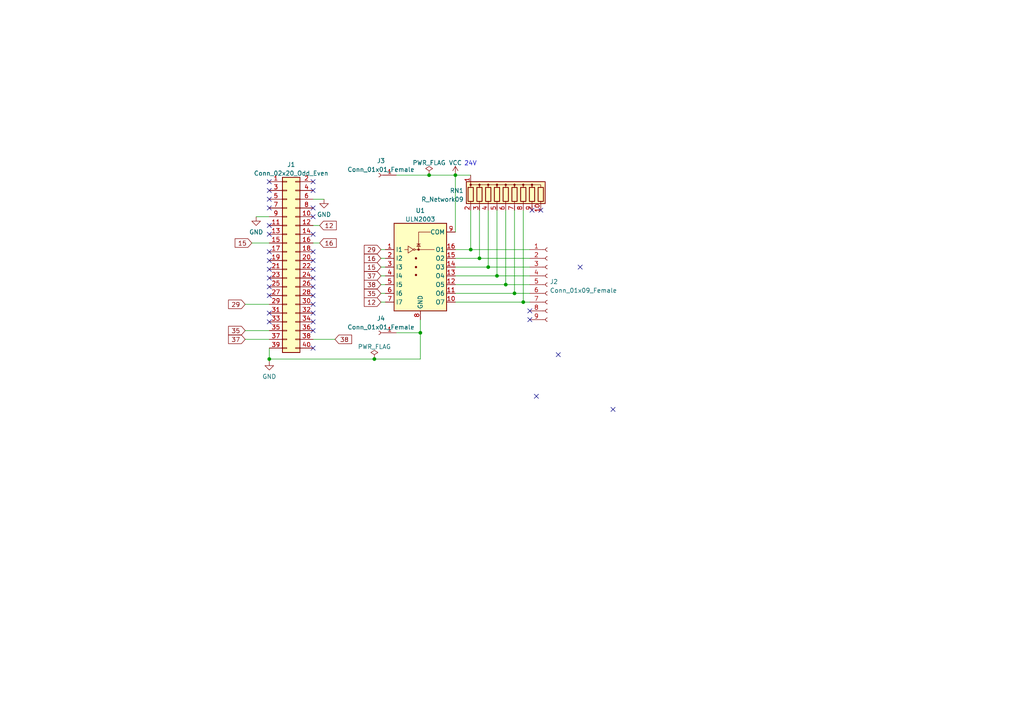
<source format=kicad_sch>
(kicad_sch (version 20211123) (generator eeschema)
  (paper "A4")
  (lib_symbols
    (symbol "Connector:Conn_01x01_Female" (pin_names (offset 1.016) hide)
      (property "Reference" "J" (at 0 2.54 0))
      (property "Value" "Conn_01x01_Female" (at 0 -2.54 0))
      (symbol "Conn_01x01_Female_1_1"
        (polyline (pts (xy -1.27 0) (xy -0.508 0)) (stroke (width 0.1524)))
        (arc (start 0 0.508) (mid -0.508 0) (end 0 -0.508) (stroke (width 0.1524)))
        (pin passive line (at -5.08 0 0) (length 3.81) (name "Pin_1") (number "1"))
      )
    )
    (symbol "Connector:Conn_01x09_Female" (pin_names (offset 1.016) hide)
      (property "Reference" "J" (at 0 12.7 0))
      (property "Value" "Conn_01x09_Female" (at 0 -12.7 0))
      (symbol "Conn_01x09_Female_1_1"
        (arc (start 0 -9.652) (mid -0.508 -10.16) (end 0 -10.668) (stroke (width 0.1524)))
        (arc (start 0 -7.112) (mid -0.508 -7.62) (end 0 -8.128) (stroke (width 0.1524)))
        (arc (start 0 -4.572) (mid -0.508 -5.08) (end 0 -5.588) (stroke (width 0.1524)))
        (arc (start 0 -2.032) (mid -0.508 -2.54) (end 0 -3.048) (stroke (width 0.1524)))
        (polyline (pts (xy -1.27 -10.16) (xy -0.508 -10.16)) (stroke (width 0.1524)))
        (polyline (pts (xy -1.27 -7.62) (xy -0.508 -7.62)) (stroke (width 0.1524)))
        (polyline (pts (xy -1.27 -5.08) (xy -0.508 -5.08)) (stroke (width 0.1524)))
        (polyline (pts (xy -1.27 -2.54) (xy -0.508 -2.54)) (stroke (width 0.1524)))
        (polyline (pts (xy -1.27 0) (xy -0.508 0)) (stroke (width 0.1524)))
        (polyline (pts (xy -1.27 2.54) (xy -0.508 2.54)) (stroke (width 0.1524)))
        (polyline (pts (xy -1.27 5.08) (xy -0.508 5.08)) (stroke (width 0.1524)))
        (polyline (pts (xy -1.27 7.62) (xy -0.508 7.62)) (stroke (width 0.1524)))
        (polyline (pts (xy -1.27 10.16) (xy -0.508 10.16)) (stroke (width 0.1524)))
        (arc (start 0 0.508) (mid -0.508 0) (end 0 -0.508) (stroke (width 0.1524)))
        (arc (start 0 3.048) (mid -0.508 2.54) (end 0 2.032) (stroke (width 0.1524)))
        (arc (start 0 5.588) (mid -0.508 5.08) (end 0 4.572) (stroke (width 0.1524)))
        (arc (start 0 8.128) (mid -0.508 7.62) (end 0 7.112) (stroke (width 0.1524)))
        (arc (start 0 10.668) (mid -0.508 10.16) (end 0 9.652) (stroke (width 0.1524)))
        (pin passive line (at -5.08 10.16 0) (length 3.81) (name "Pin_1") (number "1"))
        (pin passive line (at -5.08 7.62 0) (length 3.81) (name "Pin_2") (number "2"))
        (pin passive line (at -5.08 5.08 0) (length 3.81) (name "Pin_3") (number "3"))
        (pin passive line (at -5.08 2.54 0) (length 3.81) (name "Pin_4") (number "4"))
        (pin passive line (at -5.08 0 0) (length 3.81) (name "Pin_5") (number "5"))
        (pin passive line (at -5.08 -2.54 0) (length 3.81) (name "Pin_6") (number "6"))
        (pin passive line (at -5.08 -5.08 0) (length 3.81) (name "Pin_7") (number "7"))
        (pin passive line (at -5.08 -7.62 0) (length 3.81) (name "Pin_8") (number "8"))
        (pin passive line (at -5.08 -10.16 0) (length 3.81) (name "Pin_9") (number "9"))
      )
    )
    (symbol "Connector_Generic:Conn_02x20_Odd_Even" (pin_names (offset 1.016) hide)
      (property "Reference" "J" (at 1.27 25.4 0))
      (property "Value" "Conn_02x20_Odd_Even" (at 1.27 -27.94 0))
      (symbol "Conn_02x20_Odd_Even_1_1"
        (rectangle (start -1.27 -25.273) (end 0 -25.527) (stroke (width 0.1524)))
        (rectangle (start -1.27 -22.733) (end 0 -22.987) (stroke (width 0.1524)))
        (rectangle (start -1.27 -20.193) (end 0 -20.447) (stroke (width 0.1524)))
        (rectangle (start -1.27 -17.653) (end 0 -17.907) (stroke (width 0.1524)))
        (rectangle (start -1.27 -15.113) (end 0 -15.367) (stroke (width 0.1524)))
        (rectangle (start -1.27 -12.573) (end 0 -12.827) (stroke (width 0.1524)))
        (rectangle (start -1.27 -10.033) (end 0 -10.287) (stroke (width 0.1524)))
        (rectangle (start -1.27 -7.493) (end 0 -7.747) (stroke (width 0.1524)))
        (rectangle (start -1.27 -4.953) (end 0 -5.207) (stroke (width 0.1524)))
        (rectangle (start -1.27 -2.413) (end 0 -2.667) (stroke (width 0.1524)))
        (rectangle (start -1.27 0.127) (end 0 -0.127) (stroke (width 0.1524)))
        (rectangle (start -1.27 2.667) (end 0 2.413) (stroke (width 0.1524)))
        (rectangle (start -1.27 5.207) (end 0 4.953) (stroke (width 0.1524)))
        (rectangle (start -1.27 7.747) (end 0 7.493) (stroke (width 0.1524)))
        (rectangle (start -1.27 10.287) (end 0 10.033) (stroke (width 0.1524)))
        (rectangle (start -1.27 12.827) (end 0 12.573) (stroke (width 0.1524)))
        (rectangle (start -1.27 15.367) (end 0 15.113) (stroke (width 0.1524)))
        (rectangle (start -1.27 17.907) (end 0 17.653) (stroke (width 0.1524)))
        (rectangle (start -1.27 20.447) (end 0 20.193) (stroke (width 0.1524)))
        (rectangle (start -1.27 22.987) (end 0 22.733) (stroke (width 0.1524)))
        (rectangle (start -1.27 24.13) (end 3.81 -26.67) (stroke (width 0.254)) (fill (type background)))
        (rectangle (start 3.81 -25.273) (end 2.54 -25.527) (stroke (width 0.1524)))
        (rectangle (start 3.81 -22.733) (end 2.54 -22.987) (stroke (width 0.1524)))
        (rectangle (start 3.81 -20.193) (end 2.54 -20.447) (stroke (width 0.1524)))
        (rectangle (start 3.81 -17.653) (end 2.54 -17.907) (stroke (width 0.1524)))
        (rectangle (start 3.81 -15.113) (end 2.54 -15.367) (stroke (width 0.1524)))
        (rectangle (start 3.81 -12.573) (end 2.54 -12.827) (stroke (width 0.1524)))
        (rectangle (start 3.81 -10.033) (end 2.54 -10.287) (stroke (width 0.1524)))
        (rectangle (start 3.81 -7.493) (end 2.54 -7.747) (stroke (width 0.1524)))
        (rectangle (start 3.81 -4.953) (end 2.54 -5.207) (stroke (width 0.1524)))
        (rectangle (start 3.81 -2.413) (end 2.54 -2.667) (stroke (width 0.1524)))
        (rectangle (start 3.81 0.127) (end 2.54 -0.127) (stroke (width 0.1524)))
        (rectangle (start 3.81 2.667) (end 2.54 2.413) (stroke (width 0.1524)))
        (rectangle (start 3.81 5.207) (end 2.54 4.953) (stroke (width 0.1524)))
        (rectangle (start 3.81 7.747) (end 2.54 7.493) (stroke (width 0.1524)))
        (rectangle (start 3.81 10.287) (end 2.54 10.033) (stroke (width 0.1524)))
        (rectangle (start 3.81 12.827) (end 2.54 12.573) (stroke (width 0.1524)))
        (rectangle (start 3.81 15.367) (end 2.54 15.113) (stroke (width 0.1524)))
        (rectangle (start 3.81 17.907) (end 2.54 17.653) (stroke (width 0.1524)))
        (rectangle (start 3.81 20.447) (end 2.54 20.193) (stroke (width 0.1524)))
        (rectangle (start 3.81 22.987) (end 2.54 22.733) (stroke (width 0.1524)))
        (pin passive line (at -5.08 22.86 0) (length 3.81) (name "Pin_1") (number "1"))
        (pin passive line (at 7.62 12.7 180) (length 3.81) (name "Pin_10") (number "10"))
        (pin passive line (at -5.08 10.16 0) (length 3.81) (name "Pin_11") (number "11"))
        (pin passive line (at 7.62 10.16 180) (length 3.81) (name "Pin_12") (number "12"))
        (pin passive line (at -5.08 7.62 0) (length 3.81) (name "Pin_13") (number "13"))
        (pin passive line (at 7.62 7.62 180) (length 3.81) (name "Pin_14") (number "14"))
        (pin passive line (at -5.08 5.08 0) (length 3.81) (name "Pin_15") (number "15"))
        (pin passive line (at 7.62 5.08 180) (length 3.81) (name "Pin_16") (number "16"))
        (pin passive line (at -5.08 2.54 0) (length 3.81) (name "Pin_17") (number "17"))
        (pin passive line (at 7.62 2.54 180) (length 3.81) (name "Pin_18") (number "18"))
        (pin passive line (at -5.08 0 0) (length 3.81) (name "Pin_19") (number "19"))
        (pin passive line (at 7.62 22.86 180) (length 3.81) (name "Pin_2") (number "2"))
        (pin passive line (at 7.62 0 180) (length 3.81) (name "Pin_20") (number "20"))
        (pin passive line (at -5.08 -2.54 0) (length 3.81) (name "Pin_21") (number "21"))
        (pin passive line (at 7.62 -2.54 180) (length 3.81) (name "Pin_22") (number "22"))
        (pin passive line (at -5.08 -5.08 0) (length 3.81) (name "Pin_23") (number "23"))
        (pin passive line (at 7.62 -5.08 180) (length 3.81) (name "Pin_24") (number "24"))
        (pin passive line (at -5.08 -7.62 0) (length 3.81) (name "Pin_25") (number "25"))
        (pin passive line (at 7.62 -7.62 180) (length 3.81) (name "Pin_26") (number "26"))
        (pin passive line (at -5.08 -10.16 0) (length 3.81) (name "Pin_27") (number "27"))
        (pin passive line (at 7.62 -10.16 180) (length 3.81) (name "Pin_28") (number "28"))
        (pin passive line (at -5.08 -12.7 0) (length 3.81) (name "Pin_29") (number "29"))
        (pin passive line (at -5.08 20.32 0) (length 3.81) (name "Pin_3") (number "3"))
        (pin passive line (at 7.62 -12.7 180) (length 3.81) (name "Pin_30") (number "30"))
        (pin passive line (at -5.08 -15.24 0) (length 3.81) (name "Pin_31") (number "31"))
        (pin passive line (at 7.62 -15.24 180) (length 3.81) (name "Pin_32") (number "32"))
        (pin passive line (at -5.08 -17.78 0) (length 3.81) (name "Pin_33") (number "33"))
        (pin passive line (at 7.62 -17.78 180) (length 3.81) (name "Pin_34") (number "34"))
        (pin passive line (at -5.08 -20.32 0) (length 3.81) (name "Pin_35") (number "35"))
        (pin passive line (at 7.62 -20.32 180) (length 3.81) (name "Pin_36") (number "36"))
        (pin passive line (at -5.08 -22.86 0) (length 3.81) (name "Pin_37") (number "37"))
        (pin passive line (at 7.62 -22.86 180) (length 3.81) (name "Pin_38") (number "38"))
        (pin passive line (at -5.08 -25.4 0) (length 3.81) (name "Pin_39") (number "39"))
        (pin passive line (at 7.62 20.32 180) (length 3.81) (name "Pin_4") (number "4"))
        (pin passive line (at 7.62 -25.4 180) (length 3.81) (name "Pin_40") (number "40"))
        (pin passive line (at -5.08 17.78 0) (length 3.81) (name "Pin_5") (number "5"))
        (pin passive line (at 7.62 17.78 180) (length 3.81) (name "Pin_6") (number "6"))
        (pin passive line (at -5.08 15.24 0) (length 3.81) (name "Pin_7") (number "7"))
        (pin passive line (at 7.62 15.24 180) (length 3.81) (name "Pin_8") (number "8"))
        (pin passive line (at -5.08 12.7 0) (length 3.81) (name "Pin_9") (number "9"))
      )
    )
    (symbol "Device:R_Network09" (pin_names (offset 0) hide)
      (property "Reference" "RN" (at -12.7 0 90))
      (property "Value" "R_Network09" (at 12.7 0 90))
      (symbol "R_Network09_0_1"
        (rectangle (start -11.43 -3.175) (end 11.43 3.175) (stroke (width 0.254)) (fill (type background)))
        (rectangle (start -10.922 1.524) (end -9.398 -2.54) (stroke (width 0.254)))
        (circle (center -10.16 2.286) (radius 0.254) (fill (type outline)))
        (rectangle (start -8.382 1.524) (end -6.858 -2.54) (stroke (width 0.254)))
        (circle (center -7.62 2.286) (radius 0.254) (fill (type outline)))
        (rectangle (start -5.842 1.524) (end -4.318 -2.54) (stroke (width 0.254)))
        (circle (center -5.08 2.286) (radius 0.254) (fill (type outline)))
        (rectangle (start -3.302 1.524) (end -1.778 -2.54) (stroke (width 0.254)))
        (circle (center -2.54 2.286) (radius 0.254) (fill (type outline)))
        (rectangle (start -0.762 1.524) (end 0.762 -2.54) (stroke (width 0.254)))
        (polyline (pts (xy -10.16 -2.54) (xy -10.16 -3.81)))
        (polyline (pts (xy -7.62 -2.54) (xy -7.62 -3.81)))
        (polyline (pts (xy -5.08 -2.54) (xy -5.08 -3.81)))
        (polyline (pts (xy -2.54 -2.54) (xy -2.54 -3.81)))
        (polyline (pts (xy 0 -2.54) (xy 0 -3.81)))
        (polyline (pts (xy 2.54 -2.54) (xy 2.54 -3.81)))
        (polyline (pts (xy 5.08 -2.54) (xy 5.08 -3.81)))
        (polyline (pts (xy 7.62 -2.54) (xy 7.62 -3.81)))
        (polyline (pts (xy 10.16 -2.54) (xy 10.16 -3.81)))
        (polyline (pts (xy -10.16 1.524) (xy -10.16 2.286) (xy -7.62 2.286) (xy -7.62 1.524)))
        (polyline (pts (xy -7.62 1.524) (xy -7.62 2.286) (xy -5.08 2.286) (xy -5.08 1.524)))
        (polyline (pts (xy -5.08 1.524) (xy -5.08 2.286) (xy -2.54 2.286) (xy -2.54 1.524)))
        (polyline (pts (xy -2.54 1.524) (xy -2.54 2.286) (xy 0 2.286) (xy 0 1.524)))
        (polyline (pts (xy 0 1.524) (xy 0 2.286) (xy 2.54 2.286) (xy 2.54 1.524)))
        (polyline (pts (xy 2.54 1.524) (xy 2.54 2.286) (xy 5.08 2.286) (xy 5.08 1.524)))
        (polyline (pts (xy 5.08 1.524) (xy 5.08 2.286) (xy 7.62 2.286) (xy 7.62 1.524)))
        (polyline (pts (xy 7.62 1.524) (xy 7.62 2.286) (xy 10.16 2.286) (xy 10.16 1.524)))
        (circle (center 0 2.286) (radius 0.254) (fill (type outline)))
        (rectangle (start 1.778 1.524) (end 3.302 -2.54) (stroke (width 0.254)))
        (circle (center 2.54 2.286) (radius 0.254) (fill (type outline)))
        (rectangle (start 4.318 1.524) (end 5.842 -2.54) (stroke (width 0.254)))
        (circle (center 5.08 2.286) (radius 0.254) (fill (type outline)))
        (rectangle (start 6.858 1.524) (end 8.382 -2.54) (stroke (width 0.254)))
        (circle (center 7.62 2.286) (radius 0.254) (fill (type outline)))
        (rectangle (start 9.398 1.524) (end 10.922 -2.54) (stroke (width 0.254)))
      )
      (symbol "R_Network09_1_1"
        (pin passive line (at -10.16 5.08 270) (length 2.54) (name "common") (number "1"))
        (pin passive line (at 10.16 -5.08 90) (length 1.27) (name "R9") (number "10"))
        (pin passive line (at -10.16 -5.08 90) (length 1.27) (name "R1") (number "2"))
        (pin passive line (at -7.62 -5.08 90) (length 1.27) (name "R2") (number "3"))
        (pin passive line (at -5.08 -5.08 90) (length 1.27) (name "R3") (number "4"))
        (pin passive line (at -2.54 -5.08 90) (length 1.27) (name "R4") (number "5"))
        (pin passive line (at 0 -5.08 90) (length 1.27) (name "R5") (number "6"))
        (pin passive line (at 2.54 -5.08 90) (length 1.27) (name "R6") (number "7"))
        (pin passive line (at 5.08 -5.08 90) (length 1.27) (name "R7") (number "8"))
        (pin passive line (at 7.62 -5.08 90) (length 1.27) (name "R8") (number "9"))
      )
    )
    (symbol "Transistor_Array:ULN2003"
      (property "Reference" "U" (at 0 15.875 0))
      (property "Value" "ULN2003" (at 0 13.97 0))
      (symbol "ULN2003_0_1"
        (rectangle (start -7.62 -12.7) (end 7.62 12.7) (stroke (width 0.254)) (fill (type background)))
        (circle (center -1.778 5.08) (radius 0.254))
        (circle (center -1.27 -2.286) (radius 0.254) (fill (type outline)))
        (circle (center -1.27 0) (radius 0.254) (fill (type outline)))
        (circle (center -1.27 2.54) (radius 0.254) (fill (type outline)))
        (circle (center -0.508 5.08) (radius 0.254) (fill (type outline)))
        (polyline (pts (xy -4.572 5.08) (xy -3.556 5.08)))
        (polyline (pts (xy -1.524 5.08) (xy 4.064 5.08)))
        (polyline (pts (xy 0 6.731) (xy -1.016 6.731)))
        (polyline (pts (xy -0.508 5.08) (xy -0.508 10.16) (xy 2.921 10.16)))
        (polyline (pts (xy -3.556 6.096) (xy -3.556 4.064) (xy -2.032 5.08) (xy -3.556 6.096)))
        (polyline (pts (xy 0 5.969) (xy -1.016 5.969) (xy -0.508 6.731) (xy 0 5.969)))
      )
      (symbol "ULN2003_1_1"
        (pin input line (at -10.16 5.08 0) (length 2.54) (name "I1") (number "1"))
        (pin open_collector line (at 10.16 -10.16 180) (length 2.54) (name "O7") (number "10"))
        (pin open_collector line (at 10.16 -7.62 180) (length 2.54) (name "O6") (number "11"))
        (pin open_collector line (at 10.16 -5.08 180) (length 2.54) (name "O5") (number "12"))
        (pin open_collector line (at 10.16 -2.54 180) (length 2.54) (name "O4") (number "13"))
        (pin open_collector line (at 10.16 0 180) (length 2.54) (name "O3") (number "14"))
        (pin open_collector line (at 10.16 2.54 180) (length 2.54) (name "O2") (number "15"))
        (pin open_collector line (at 10.16 5.08 180) (length 2.54) (name "O1") (number "16"))
        (pin input line (at -10.16 2.54 0) (length 2.54) (name "I2") (number "2"))
        (pin input line (at -10.16 0 0) (length 2.54) (name "I3") (number "3"))
        (pin input line (at -10.16 -2.54 0) (length 2.54) (name "I4") (number "4"))
        (pin input line (at -10.16 -5.08 0) (length 2.54) (name "I5") (number "5"))
        (pin input line (at -10.16 -7.62 0) (length 2.54) (name "I6") (number "6"))
        (pin input line (at -10.16 -10.16 0) (length 2.54) (name "I7") (number "7"))
        (pin power_in line (at 0 -15.24 90) (length 2.54) (name "GND") (number "8"))
        (pin passive line (at 10.16 10.16 180) (length 2.54) (name "COM") (number "9"))
      )
    )
    (symbol "power:GND" (power) (pin_names (offset 0))
      (property "Value" "GND" (at 0 -3.81 0))
      (symbol "GND_0_1"
        (polyline (pts (xy 0 0) (xy 0 -1.27) (xy 1.27 -1.27) (xy 0 -2.54) (xy -1.27 -1.27) (xy 0 -1.27)))
      )
      (symbol "GND_1_1"
        (pin power_in line (at 0 0 270) (length 0) hide (name "GND") (number "1"))
      )
    )
    (symbol "power:PWR_FLAG" (power) (pin_numbers hide) (pin_names (offset 0) hide)
      (property "Value" "PWR_FLAG" (at 0 3.81 0))
      (symbol "PWR_FLAG_0_0"
        (pin power_out line (at 0 0 90) (length 0) (name "pwr") (number "1"))
      )
      (symbol "PWR_FLAG_0_1"
        (polyline (pts (xy 0 0) (xy 0 1.27) (xy -1.016 1.905) (xy 0 2.54) (xy 1.016 1.905) (xy 0 1.27)))
      )
    )
    (symbol "power:VCC" (power) (pin_names (offset 0))
      (property "Value" "VCC" (at 0 3.81 0))
      (symbol "VCC_0_1"
        (polyline (pts (xy -0.762 1.27) (xy 0 2.54)))
        (polyline (pts (xy 0 0) (xy 0 2.54)))
        (polyline (pts (xy 0 2.54) (xy 0.762 1.27)))
      )
      (symbol "VCC_1_1"
        (pin power_in line (at 0 0 90) (length 0) hide (name "VCC") (number "1"))
      )
    )
  )
  (junction (at 144.145 80.01))
  (junction (at 136.525 72.39))
  (junction (at 149.225 85.09))
  (junction (at 146.685 82.55))
  (junction (at 151.765 87.63))
  (junction (at 139.065 74.93))
  (junction (at 78.105 104.14))
  (junction (at 124.46 50.8))
  (junction (at 108.585 104.14))
  (junction (at 121.92 96.52))
  (junction (at 141.605 77.47))
  (junction (at 132.08 50.8))
  (no_connect (at 90.805 93.345))
  (no_connect (at 90.805 75.565))
  (no_connect (at 78.105 90.805))
  (no_connect (at 78.105 80.645))
  (no_connect (at 78.105 60.325))
  (no_connect (at 90.805 73.025))
  (no_connect (at 78.105 93.345))
  (no_connect (at 90.805 83.185))
  (no_connect (at 154.305 60.96))
  (no_connect (at 78.105 67.945))
  (no_connect (at 177.8 118.745))
  (no_connect (at 153.67 90.17))
  (no_connect (at 156.845 60.96))
  (no_connect (at 153.67 92.71))
  (no_connect (at 78.105 73.025))
  (no_connect (at 90.805 55.245))
  (no_connect (at 78.105 75.565))
  (no_connect (at 78.105 85.725))
  (no_connect (at 90.805 62.865))
  (no_connect (at 78.105 52.705))
  (no_connect (at 161.925 102.87))
  (no_connect (at 168.275 77.47))
  (no_connect (at 78.105 55.245))
  (no_connect (at 78.105 65.405))
  (no_connect (at 90.805 90.805))
  (no_connect (at 90.805 60.325))
  (no_connect (at 78.105 83.185))
  (no_connect (at 155.575 114.935))
  (no_connect (at 78.105 78.105))
  (no_connect (at 90.805 52.705))
  (no_connect (at 90.805 88.265))
  (no_connect (at 90.805 100.965))
  (no_connect (at 90.805 67.945))
  (no_connect (at 78.105 57.785))
  (no_connect (at 90.805 80.645))
  (no_connect (at 90.805 78.105))
  (no_connect (at 90.805 85.725))
  (no_connect (at 90.805 95.885))
  (wire (pts (xy 146.685 82.55) (xy 153.67 82.55)))
  (wire (pts (xy 71.12 95.885) (xy 78.105 95.885)))
  (wire (pts (xy 124.46 50.8) (xy 132.08 50.8)))
  (wire (pts (xy 110.49 82.55) (xy 111.76 82.55)))
  (wire (pts (xy 108.585 104.14) (xy 121.92 104.14)))
  (wire (pts (xy 121.92 104.14) (xy 121.92 96.52)))
  (wire (pts (xy 110.49 87.63) (xy 111.76 87.63)))
  (wire (pts (xy 90.805 98.425) (xy 97.155 98.425)))
  (wire (pts (xy 136.525 72.39) (xy 153.67 72.39)))
  (wire (pts (xy 146.685 60.96) (xy 146.685 82.55)))
  (wire (pts (xy 132.08 74.93) (xy 139.065 74.93)))
  (wire (pts (xy 78.105 100.965) (xy 78.105 104.14)))
  (wire (pts (xy 144.145 60.96) (xy 144.145 80.01)))
  (wire (pts (xy 110.49 77.47) (xy 111.76 77.47)))
  (wire (pts (xy 90.805 57.785) (xy 93.98 57.785)))
  (wire (pts (xy 110.49 85.09) (xy 111.76 85.09)))
  (wire (pts (xy 136.525 50.8) (xy 132.08 50.8)))
  (wire (pts (xy 121.92 96.52) (xy 121.92 92.71)))
  (wire (pts (xy 132.08 80.01) (xy 144.145 80.01)))
  (wire (pts (xy 73.025 70.485) (xy 78.105 70.485)))
  (wire (pts (xy 141.605 77.47) (xy 153.67 77.47)))
  (wire (pts (xy 78.105 104.14) (xy 108.585 104.14)))
  (wire (pts (xy 110.49 74.93) (xy 111.76 74.93)))
  (wire (pts (xy 78.105 104.14) (xy 78.105 104.775)))
  (wire (pts (xy 90.805 70.485) (xy 92.71 70.485)))
  (wire (pts (xy 132.08 72.39) (xy 136.525 72.39)))
  (wire (pts (xy 114.935 96.52) (xy 121.92 96.52)))
  (wire (pts (xy 139.065 74.93) (xy 153.67 74.93)))
  (wire (pts (xy 74.295 62.865) (xy 78.105 62.865)))
  (wire (pts (xy 141.605 60.96) (xy 141.605 77.47)))
  (wire (pts (xy 151.765 60.96) (xy 151.765 87.63)))
  (wire (pts (xy 132.08 50.8) (xy 132.08 67.31)))
  (wire (pts (xy 114.935 50.8) (xy 124.46 50.8)))
  (wire (pts (xy 90.805 65.405) (xy 92.71 65.405)))
  (wire (pts (xy 149.225 85.09) (xy 153.67 85.09)))
  (wire (pts (xy 132.08 87.63) (xy 151.765 87.63)))
  (wire (pts (xy 149.225 60.96) (xy 149.225 85.09)))
  (wire (pts (xy 132.08 82.55) (xy 146.685 82.55)))
  (wire (pts (xy 132.08 85.09) (xy 149.225 85.09)))
  (wire (pts (xy 136.525 60.96) (xy 136.525 72.39)))
  (wire (pts (xy 110.49 72.39) (xy 111.76 72.39)))
  (wire (pts (xy 151.765 87.63) (xy 153.67 87.63)))
  (wire (pts (xy 144.145 80.01) (xy 153.67 80.01)))
  (wire (pts (xy 110.49 80.01) (xy 111.76 80.01)))
  (wire (pts (xy 132.08 77.47) (xy 141.605 77.47)))
  (wire (pts (xy 139.065 60.96) (xy 139.065 74.93)))
  (wire (pts (xy 71.12 98.425) (xy 78.105 98.425)))
  (wire (pts (xy 71.12 88.265) (xy 78.105 88.265)))
  (text "24V" (at 134.62 48.26 0) (effects (font (size 1.27 1.27)) (justify left bottom)))
  (global_label "15" (shape input) (at 110.49 77.47 180) (property "Intersheet References" "${INTERSHEET_REFS}" (effects hide)))
  (global_label "12" (shape input) (at 110.49 87.63 180) (property "Intersheet References" "${INTERSHEET_REFS}" (effects hide)))
  (global_label "35" (shape input) (at 110.49 85.09 180) (property "Intersheet References" "${INTERSHEET_REFS}" (effects hide)))
  (global_label "37" (shape input) (at 110.49 80.01 180) (property "Intersheet References" "${INTERSHEET_REFS}" (effects hide)))
  (global_label "16" (shape input) (at 110.49 74.93 180) (property "Intersheet References" "${INTERSHEET_REFS}" (effects hide)))
  (global_label "38" (shape input) (at 110.49 82.55 180) (property "Intersheet References" "${INTERSHEET_REFS}" (effects hide)))
  (global_label "29" (shape input) (at 71.12 88.265 180) (property "Intersheet References" "${INTERSHEET_REFS}" (effects hide)))
  (global_label "37" (shape input) (at 71.12 98.425 180) (property "Intersheet References" "${INTERSHEET_REFS}" (effects hide)))
  (global_label "15" (shape input) (at 73.025 70.485 180) (property "Intersheet References" "${INTERSHEET_REFS}" (effects hide)))
  (global_label "12" (shape input) (at 92.71 65.405 0) (property "Intersheet References" "${INTERSHEET_REFS}" (effects hide)))
  (global_label "35" (shape input) (at 71.12 95.885 180) (property "Intersheet References" "${INTERSHEET_REFS}" (effects hide)))
  (global_label "38" (shape input) (at 97.155 98.425 0) (property "Intersheet References" "${INTERSHEET_REFS}" (effects hide)))
  (global_label "29" (shape input) (at 110.49 72.39 180) (property "Intersheet References" "${INTERSHEET_REFS}" (effects hide)))
  (global_label "16" (shape input) (at 92.71 70.485 0) (property "Intersheet References" "${INTERSHEET_REFS}" (effects hide)))
  (symbol (lib_id "Connector:Conn_01x01_Female") (at 109.855 96.52 180) (unit 1)
    (property "Reference" "J4" (at 110.49 92.363 0))
    (property "Value" "Conn_01x01_Female" (at 110.49 94.8999 0))
    (property "Footprint" "Connector_Wire:SolderWire-2sqmm_1x01_D2mm_OD3.9mm" (effects hide))
  )
  (symbol (lib_id "Connector:Conn_01x01_Female") (at 109.855 50.8 180) (unit 1)
    (property "Reference" "J3" (at 110.49 46.643 0))
    (property "Value" "Conn_01x01_Female" (at 110.49 49.1799 0))
    (property "Footprint" "Connector_Wire:SolderWire-2sqmm_1x01_D2mm_OD3.9mm" (effects hide))
  )
  (symbol (lib_id "Connector:Conn_01x09_Female") (at 158.75 82.55 0) (unit 1)
    (property "Reference" "J2" (at 159.4612 81.7153 0) (effects (justify left)))
    (property "Value" "Conn_01x09_Female" (at 159.4612 84.2522 0) (effects (justify left)))
    (property "Footprint" "Connector_PinSocket_2.54mm:PinSocket_1x09_P2.54mm_Vertical" (effects hide))
  )
  (symbol (lib_id "Device:R_Network09") (at 146.685 55.88 0) (unit 1)
    (property "Reference" "RN1" (at 134.493 55.2993 0) (effects (justify right)))
    (property "Value" "R_Network09" (at 134.493 57.8362 0) (effects (justify right)))
    (property "Footprint" "Resistor_THT:R_Array_SIP10" (effects hide))
    (property "Datasheet" "http://www.vishay.com/docs/31509/csc.pdf" (effects hide))
  )
  (symbol (lib_id "power:GND") (at 74.295 62.865 0) (unit 1)
    (property "Reference" "#PWR0109" (effects hide))
    (property "Value" "GND" (at 74.295 67.3084 0))
  )
  (symbol (lib_id "power:PWR_FLAG") (at 108.585 104.14 0) (unit 1)
    (property "Reference" "#FLG0102" (effects hide))
    (property "Value" "PWR_FLAG" (at 108.585 100.5642 0))
  )
  (symbol (lib_id "power:PWR_FLAG") (at 124.46 50.8 0) (unit 1)
    (property "Reference" "#FLG0101" (effects hide))
    (property "Value" "PWR_FLAG" (at 124.46 47.2242 0))
  )
  (symbol (lib_id "power:VCC") (at 132.08 50.8 0) (unit 1)
    (property "Reference" "#PWR0101" (effects hide))
    (property "Value" "VCC" (at 132.08 47.2242 0))
  )
  (symbol (lib_id "power:GND") (at 78.105 104.775 0) (unit 1)
    (property "Reference" "#PWR0102" (effects hide))
    (property "Value" "GND" (at 78.105 109.2184 0))
  )
  (symbol (lib_id "Connector_Generic:Conn_02x20_Odd_Even") (at 83.185 75.565 0) (unit 1)
    (property "Reference" "J1" (at 84.455 47.7352 0))
    (property "Value" "Conn_02x20_Odd_Even" (at 84.455 50.2721 0))
    (property "Footprint" "Connector_PinSocket_2.54mm:PinSocket_2x20_P2.54mm_Vertical" (effects hide))
  )
  (symbol (lib_id "Transistor_Array:ULN2003") (at 121.92 77.47 0) (unit 1)
    (property "Reference" "U1" (at 121.92 61.0702 0))
    (property "Value" "ULN2003" (at 121.92 63.6071 0))
    (property "Footprint" "Package_DIP:DIP-16_W7.62mm" (effects hide))
    (property "Datasheet" "http://www.ti.com/lit/ds/symlink/uln2003a.pdf" (effects hide))
  )
  (symbol (lib_id "power:GND") (at 93.98 57.785 0) (unit 1)
    (property "Reference" "#PWR0106" (effects hide))
    (property "Value" "GND" (at 93.98 62.2284 0))
  )
)
</source>
